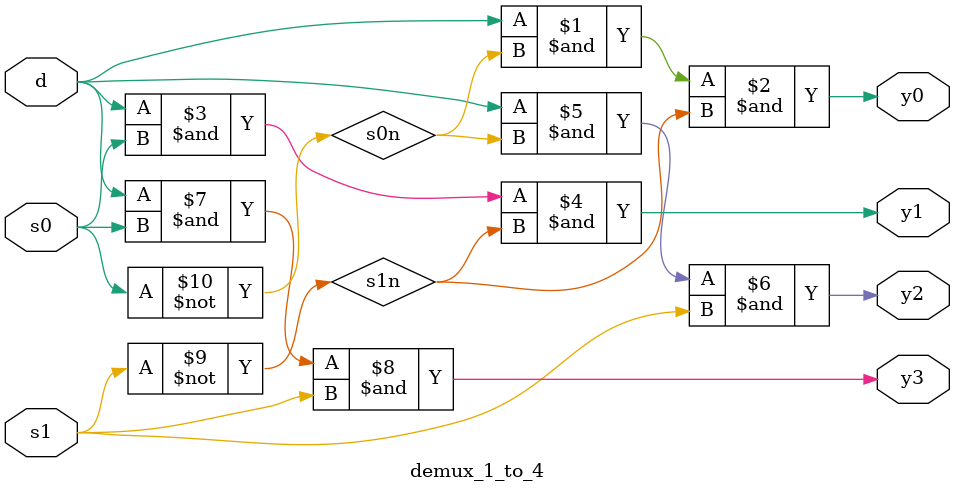
<source format=v>
module demux_1_to_4(

    input d,
    input s0,
    input s1,
    output y0,
    output y1,
    output y2,
    output y3
    );
not(s1n,s1),(s0n,s0);
and(y0,d,s0n,s1n),(y1,d,s0,s1n),(y2,d,s0n,s1),(y3,d,s0,s1);
endmodule

</source>
